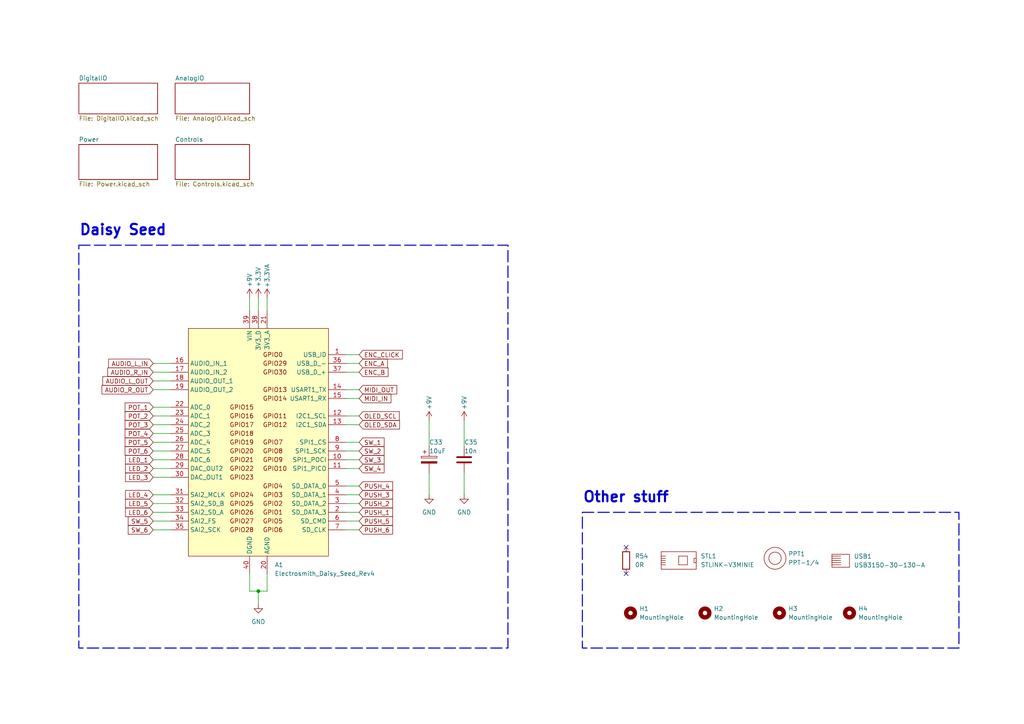
<source format=kicad_sch>
(kicad_sch (version 20230121) (generator eeschema)
  (paper "A4")
  (title_block (title "Daisy Board") (date "2023-10-12") (rev "1.0"))
  (lib_symbols
    (symbol "DaisyBoard:CC0603KRX7R8BB103" (pin_numbers hide) (pin_names (offset 0.254))
      (property "Reference" "C" (at 0.635 2.54 0))
      (property "Value" "10n" (at 0.635 -2.54 0))
      (symbol "CC0603KRX7R8BB103_0_1"
        (polyline (pts (xy -2.032 -0.762) (xy 2.032 -0.762)) (stroke (width 0.508)))
        (polyline (pts (xy -2.032 0.762) (xy 2.032 0.762)) (stroke (width 0.508)))
      )
      (symbol "CC0603KRX7R8BB103_1_1"
        (pin passive line (at 0 3.81 270) (length 2.794) (name "~") (number "1"))
        (pin passive line (at 0 -3.81 90) (length 2.794) (name "~") (number "2"))
      )
    )
    (symbol "DaisyBoard:Electrosmith_Daisy_Seed_Rev4" (in_bom no)
      (property "Reference" "A" (at -20.32 34.29 0))
      (property "Value" "Electrosmith_Daisy_Seed_Rev4" (at 33.02 34.29 0))
      (symbol "Electrosmith_Daisy_Seed_Rev4_0_0"
        (text "GPIO0" (at 1.27 25.4 0) (effects (font (size 1.27 1.27)) (justify left)))
        (text "GPIO1" (at 1.27 -20.32 0) (effects (font (size 1.27 1.27)) (justify left)))
        (text "GPIO10" (at 1.27 -7.62 0) (effects (font (size 1.27 1.27)) (justify left)))
        (text "GPIO11" (at 1.27 7.62 0) (effects (font (size 1.27 1.27)) (justify left)))
        (text "GPIO12" (at 1.27 5.08 0) (effects (font (size 1.27 1.27)) (justify left)))
        (text "GPIO13" (at 1.27 15.24 0) (effects (font (size 1.27 1.27)) (justify left)))
        (text "GPIO14" (at 1.27 12.7 0) (effects (font (size 1.27 1.27)) (justify left)))
        (text "GPIO15" (at -1.27 10.16 0) (effects (font (size 1.27 1.27)) (justify right)))
        (text "GPIO16" (at -1.27 7.62 0) (effects (font (size 1.27 1.27)) (justify right)))
        (text "GPIO17" (at -1.27 5.08 0) (effects (font (size 1.27 1.27)) (justify right)))
        (text "GPIO18" (at -1.27 2.54 0) (effects (font (size 1.27 1.27)) (justify right)))
        (text "GPIO19" (at -1.27 0 0) (effects (font (size 1.27 1.27)) (justify right)))
        (text "GPIO2" (at 1.27 -17.78 0) (effects (font (size 1.27 1.27)) (justify left)))
        (text "GPIO20" (at -1.27 -2.54 0) (effects (font (size 1.27 1.27)) (justify right)))
        (text "GPIO21" (at -1.27 -5.08 0) (effects (font (size 1.27 1.27)) (justify right)))
        (text "GPIO22" (at -1.27 -7.62 0) (effects (font (size 1.27 1.27)) (justify right)))
        (text "GPIO23" (at -1.27 -10.16 0) (effects (font (size 1.27 1.27)) (justify right)))
        (text "GPIO24" (at -1.27 -15.24 0) (effects (font (size 1.27 1.27)) (justify right)))
        (text "GPIO25" (at -1.27 -17.78 0) (effects (font (size 1.27 1.27)) (justify right)))
        (text "GPIO26" (at -1.27 -20.32 0) (effects (font (size 1.27 1.27)) (justify right)))
        (text "GPIO27" (at -1.27 -22.86 0) (effects (font (size 1.27 1.27)) (justify right)))
        (text "GPIO28" (at -1.27 -25.4 0) (effects (font (size 1.27 1.27)) (justify right)))
        (text "GPIO29" (at 1.27 22.86 0) (effects (font (size 1.27 1.27)) (justify left)))
        (text "GPIO3" (at 1.27 -15.24 0) (effects (font (size 1.27 1.27)) (justify left)))
        (text "GPIO30" (at 1.27 20.32 0) (effects (font (size 1.27 1.27)) (justify left)))
        (text "GPIO4" (at 1.27 -12.7 0) (effects (font (size 1.27 1.27)) (justify left)))
        (text "GPIO5" (at 1.27 -22.86 0) (effects (font (size 1.27 1.27)) (justify left)))
        (text "GPIO6" (at 1.27 -25.4 0) (effects (font (size 1.27 1.27)) (justify left)))
        (text "GPIO7" (at 1.27 0 0) (effects (font (size 1.27 1.27)) (justify left)))
        (text "GPIO8" (at 1.27 -2.54 0) (effects (font (size 1.27 1.27)) (justify left)))
        (text "GPIO9" (at 1.27 -5.08 0) (effects (font (size 1.27 1.27)) (justify left)))
        (pin bidirectional line (at 25.4 25.4 180) (length 5.08) (name "USB_ID") (number "1"))
        (pin bidirectional line (at 25.4 -5.08 180) (length 5.08) (name "SPI1_POCI") (number "10"))
        (pin bidirectional line (at 25.4 -7.62 180) (length 5.08) (name "SPI1_PICO") (number "11"))
        (pin bidirectional line (at 25.4 7.62 180) (length 5.08) (name "I2C1_SCL") (number "12"))
        (pin bidirectional line (at 25.4 5.08 180) (length 5.08) (name "I2C1_SDA") (number "13"))
        (pin bidirectional line (at 25.4 15.24 180) (length 5.08) (name "USART1_TX") (number "14"))
        (pin bidirectional line (at 25.4 12.7 180) (length 5.08) (name "USART1_RX") (number "15"))
        (pin input line (at -25.4 22.86 0) (length 5.08) (name "AUDIO_IN_1") (number "16"))
        (pin input line (at -25.4 20.32 0) (length 5.08) (name "AUDIO_IN_2") (number "17"))
        (pin output line (at -25.4 17.78 0) (length 5.08) (name "AUDIO_OUT_1") (number "18"))
        (pin output line (at -25.4 15.24 0) (length 5.08) (name "AUDIO_OUT_2") (number "19"))
        (pin bidirectional line (at 25.4 -20.32 180) (length 5.08) (name "SD_DATA_3") (number "2"))
        (pin power_in line (at 2.54 -38.1 90) (length 5.08) (name "AGND") (number "20"))
        (pin power_out line (at 2.54 38.1 270) (length 5.08) (name "3V3_A") (number "21"))
        (pin bidirectional line (at -25.4 10.16 0) (length 5.08) (name "ADC_0") (number "22"))
        (pin bidirectional line (at -25.4 7.62 0) (length 5.08) (name "ADC_1") (number "23"))
        (pin bidirectional line (at -25.4 5.08 0) (length 5.08) (name "ADC_2") (number "24"))
        (pin bidirectional line (at -25.4 2.54 0) (length 5.08) (name "ADC_3") (number "25"))
        (pin bidirectional line (at -25.4 0 0) (length 5.08) (name "ADC_4") (number "26"))
        (pin bidirectional line (at -25.4 -2.54 0) (length 5.08) (name "ADC_5") (number "27"))
        (pin bidirectional line (at -25.4 -5.08 0) (length 5.08) (name "ADC_6") (number "28"))
        (pin bidirectional line (at -25.4 -7.62 0) (length 5.08) (name "DAC_OUT2") (number "29"))
        (pin bidirectional line (at 25.4 -17.78 180) (length 5.08) (name "SD_DATA_2") (number "3"))
        (pin bidirectional line (at -25.4 -10.16 0) (length 5.08) (name "DAC_OUT1") (number "30"))
        (pin bidirectional line (at -25.4 -15.24 0) (length 5.08) (name "SAI2_MCLK") (number "31"))
        (pin bidirectional line (at -25.4 -17.78 0) (length 5.08) (name "SAI2_SD_B") (number "32"))
        (pin bidirectional line (at -25.4 -20.32 0) (length 5.08) (name "SAI2_SD_A") (number "33"))
        (pin bidirectional line (at -25.4 -22.86 0) (length 5.08) (name "SAI2_FS") (number "34"))
        (pin bidirectional line (at -25.4 -25.4 0) (length 5.08) (name "SAI2_SCK") (number "35"))
        (pin bidirectional line (at 25.4 22.86 180) (length 5.08) (name "USB_D_-") (number "36"))
        (pin bidirectional line (at 25.4 20.32 180) (length 5.08) (name "USB_D_+") (number "37"))
        (pin power_out line (at 0 38.1 270) (length 5.08) (name "3V3_D") (number "38"))
        (pin power_in line (at -2.54 38.1 270) (length 5.08) (name "VIN") (number "39"))
        (pin bidirectional line (at 25.4 -15.24 180) (length 5.08) (name "SD_DATA_1") (number "4"))
        (pin power_in line (at -2.54 -38.1 90) (length 5.08) (name "DGND") (number "40"))
        (pin bidirectional line (at 25.4 -12.7 180) (length 5.08) (name "SD_DATA_0") (number "5"))
        (pin bidirectional line (at 25.4 -22.86 180) (length 5.08) (name "SD_CMD") (number "6"))
        (pin bidirectional line (at 25.4 -25.4 180) (length 5.08) (name "SD_CLK") (number "7"))
        (pin bidirectional line (at 25.4 0 180) (length 5.08) (name "SPI1_CS") (number "8"))
        (pin bidirectional line (at 25.4 -2.54 180) (length 5.08) (name "SPI1_SCK") (number "9"))
      )
      (symbol "Electrosmith_Daisy_Seed_Rev4_0_1"
        (rectangle (start -20.32 33.02) (end 20.32 -33.02) (fill (type background)))
      )
    )
    (symbol "DaisyBoard:PPT-1/4" (on_board no)
      (property "Reference" "PPT" (at 0 0 0))
      (property "Value" "PPT-1/4" (at 0 0 0))
      (symbol "PPT-1/4_0_1"
        (circle (center 0 -4.445) (radius 1.7961))
        (circle (center 0 -4.445) (radius 3.175))
      )
    )
    (symbol "DaisyBoard:RC0603FR-070RL" (pin_numbers hide) (pin_names (offset 0))
      (property "Reference" "R" (at 2.032 0 90))
      (property "Value" "0R" (at 0 0 90))
      (symbol "RC0603FR-070RL_0_1"
        (rectangle (start -1.016 -2.54) (end 1.016 2.54) (stroke (width 0.254)))
      )
      (symbol "RC0603FR-070RL_1_1"
        (pin passive line (at 0 3.81 270) (length 1.27) (name "~") (number "1"))
        (pin passive line (at 0 -3.81 90) (length 1.27) (name "~") (number "2"))
      )
    )
    (symbol "DaisyBoard:STLINK-V3MINIE" (on_board no)
      (property "Reference" "STL" (at 0 0 0))
      (property "Value" "STLINK-V3MINIE" (at 0 0 0))
      (symbol "STLINK-V3MINIE_0_1"
        (rectangle (start -5.08 -1.27) (end 5.08 -6.35))
        (rectangle (start 0 -2.54) (end 2.54 -5.08))
        (polyline (pts (xy -5.08 -5.08) (xy -3.81 -5.08)))
        (polyline (pts (xy -5.08 -4.445) (xy -3.81 -4.445)))
        (polyline (pts (xy -5.08 -3.81) (xy -3.81 -3.81)))
        (polyline (pts (xy -5.08 -3.175) (xy -3.81 -3.175)))
        (polyline (pts (xy -5.08 -2.54) (xy -3.81 -2.54)))
        (rectangle (start 4.445 -3.175) (end 5.08 -4.445))
      )
    )
    (symbol "DaisyBoard:TPSB106K016R0500" (pin_numbers hide) (pin_names (offset 0.254))
      (property "Reference" "C" (at 0.635 2.54 0))
      (property "Value" "10uF" (at 0.635 -2.54 0))
      (symbol "TPSB106K016R0500_0_1"
        (rectangle (start -2.286 0.508) (end 2.286 1.016))
        (polyline (pts (xy -1.778 2.286) (xy -0.762 2.286)))
        (polyline (pts (xy -1.27 2.794) (xy -1.27 1.778)))
        (rectangle (start 2.286 -0.508) (end -2.286 -1.016) (fill (type outline)))
      )
      (symbol "TPSB106K016R0500_1_1"
        (pin passive line (at 0 3.81 270) (length 2.794) (name "~") (number "1"))
        (pin passive line (at 0 -3.81 90) (length 2.794) (name "~") (number "2"))
      )
    )
    (symbol "DaisyBoard:USB3150-30-130-A" (on_board no)
      (property "Reference" "USB" (at 0 0 0))
      (property "Value" "USB3150-30-130-A" (at 0 0 0))
      (symbol "USB3150-30-130-A_0_1"
        (rectangle (start -5.08 -2.0086) (end 0 -5.763))
        (polyline (pts (xy -5.08 -5.08) (xy -3.81 -5.08)))
        (polyline (pts (xy -5.08 -4.445) (xy -3.81 -4.445)))
        (polyline (pts (xy -5.08 -3.81) (xy -3.81 -3.81)))
        (polyline (pts (xy -5.08 -3.175) (xy -3.81 -3.175)))
        (polyline (pts (xy -5.08 -2.54) (xy -3.81 -2.54)))
        (polyline (pts (xy -3.81 -5.08) (xy -2.54 -5.08)))
        (polyline (pts (xy -3.81 -4.445) (xy -2.54 -4.445)))
        (polyline (pts (xy -3.81 -3.81) (xy -2.54 -3.81)))
        (polyline (pts (xy -3.81 -3.175) (xy -2.54 -3.175)))
        (polyline (pts (xy -3.81 -2.54) (xy -2.54 -2.54)))
      )
    )
    (symbol "Mechanical:MountingHole" (pin_names (offset 1.016))
      (property "Reference" "H" (at 0 5.08 0))
      (property "Value" "MountingHole" (at 0 3.175 0))
      (symbol "MountingHole_0_1"
        (circle (center 0 0) (radius 1.27) (stroke (width 1.27)))
      )
    )
    (symbol "power:+3.3V" (power) (pin_names (offset 0))
      (property "Value" "+3.3V" (at 0 3.556 0))
      (symbol "+3.3V_0_1"
        (polyline (pts (xy -0.762 1.27) (xy 0 2.54)))
        (polyline (pts (xy 0 0) (xy 0 2.54)))
        (polyline (pts (xy 0 2.54) (xy 0.762 1.27)))
      )
      (symbol "+3.3V_1_1"
        (pin power_in line (at 0 0 90) (length 0) hide (name "+3.3V") (number "1"))
      )
    )
    (symbol "power:+3.3VA" (power) (pin_names (offset 0))
      (property "Value" "+3.3VA" (at 0 3.556 0))
      (symbol "+3.3VA_0_1"
        (polyline (pts (xy -0.762 1.27) (xy 0 2.54)))
        (polyline (pts (xy 0 0) (xy 0 2.54)))
        (polyline (pts (xy 0 2.54) (xy 0.762 1.27)))
      )
      (symbol "+3.3VA_1_1"
        (pin power_in line (at 0 0 90) (length 0) hide (name "+3.3VA") (number "1"))
      )
    )
    (symbol "power:+9V" (power) (pin_names (offset 0))
      (property "Value" "+9V" (at 0 3.556 0))
      (symbol "+9V_0_1"
        (polyline (pts (xy -0.762 1.27) (xy 0 2.54)))
        (polyline (pts (xy 0 0) (xy 0 2.54)))
        (polyline (pts (xy 0 2.54) (xy 0.762 1.27)))
      )
      (symbol "+9V_1_1"
        (pin power_in line (at 0 0 90) (length 0) hide (name "+9V") (number "1"))
      )
    )
    (symbol "power:GND" (power) (pin_names (offset 0))
      (property "Value" "GND" (at 0 -3.81 0))
      (symbol "GND_0_1"
        (polyline (pts (xy 0 0) (xy 0 -1.27) (xy 1.27 -1.27) (xy 0 -2.54) (xy -1.27 -1.27) (xy 0 -1.27)))
      )
      (symbol "GND_1_1"
        (pin power_in line (at 0 0 270) (length 0) hide (name "GND") (number "1"))
      )
    )
  )
  (junction (at 74.93 171.45))
  (no_connect (at 181.61 158.75))
  (no_connect (at 181.61 166.37))
  (wire (pts (xy 44.45 135.89) (xy 49.53 135.89)))
  (wire (pts (xy 100.33 140.97) (xy 104.14 140.97)))
  (wire (pts (xy 44.45 105.41) (xy 49.53 105.41)))
  (wire (pts (xy 44.45 107.95) (xy 49.53 107.95)))
  (wire (pts (xy 100.33 102.87) (xy 104.14 102.87)))
  (wire (pts (xy 100.33 146.05) (xy 104.14 146.05)))
  (wire (pts (xy 100.33 123.19) (xy 104.14 123.19)))
  (wire (pts (xy 44.45 118.11) (xy 49.53 118.11)))
  (wire (pts (xy 100.33 113.03) (xy 104.14 113.03)))
  (wire (pts (xy 124.46 129.54) (xy 124.46 121.92)))
  (wire (pts (xy 100.33 107.95) (xy 104.14 107.95)))
  (wire (pts (xy 44.45 110.49) (xy 49.53 110.49)))
  (wire (pts (xy 77.47 86.36) (xy 77.47 90.17)))
  (wire (pts (xy 72.39 86.36) (xy 72.39 90.17)))
  (wire (pts (xy 44.45 123.19) (xy 49.53 123.19)))
  (wire (pts (xy 44.45 153.67) (xy 49.53 153.67)))
  (wire (pts (xy 44.45 146.05) (xy 49.53 146.05)))
  (wire (pts (xy 100.33 128.27) (xy 104.14 128.27)))
  (wire (pts (xy 44.45 128.27) (xy 49.53 128.27)))
  (wire (pts (xy 100.33 153.67) (xy 104.14 153.67)))
  (wire (pts (xy 100.33 135.89) (xy 104.14 135.89)))
  (wire (pts (xy 100.33 151.13) (xy 104.14 151.13)))
  (wire (pts (xy 100.33 115.57) (xy 104.14 115.57)))
  (wire (pts (xy 44.45 113.03) (xy 49.53 113.03)))
  (wire (pts (xy 44.45 125.73) (xy 49.53 125.73)))
  (wire (pts (xy 44.45 133.35) (xy 49.53 133.35)))
  (wire (pts (xy 44.45 130.81) (xy 49.53 130.81)))
  (wire (pts (xy 44.45 148.59) (xy 49.53 148.59)))
  (wire (pts (xy 44.45 120.65) (xy 49.53 120.65)))
  (wire (pts (xy 100.33 105.41) (xy 104.14 105.41)))
  (wire (pts (xy 134.62 121.92) (xy 134.62 129.54)))
  (wire (pts (xy 44.45 151.13) (xy 49.53 151.13)))
  (wire (pts (xy 100.33 130.81) (xy 104.14 130.81)))
  (wire (pts (xy 72.39 171.45) (xy 74.93 171.45)))
  (wire (pts (xy 134.62 137.16) (xy 134.62 143.51)))
  (wire (pts (xy 44.45 138.43) (xy 49.53 138.43)))
  (wire (pts (xy 77.47 171.45) (xy 77.47 166.37)))
  (wire (pts (xy 44.45 143.51) (xy 49.53 143.51)))
  (wire (pts (xy 74.93 171.45) (xy 74.93 175.26)))
  (wire (pts (xy 100.33 133.35) (xy 104.14 133.35)))
  (wire (pts (xy 72.39 166.37) (xy 72.39 171.45)))
  (wire (pts (xy 74.93 86.36) (xy 74.93 90.17)))
  (wire (pts (xy 100.33 120.65) (xy 104.14 120.65)))
  (wire (pts (xy 100.33 148.59) (xy 104.14 148.59)))
  (wire (pts (xy 74.93 171.45) (xy 77.47 171.45)))
  (wire (pts (xy 124.46 137.16) (xy 124.46 143.51)))
  (wire (pts (xy 100.33 143.51) (xy 104.14 143.51)))
  (rectangle (start 168.91 148.59) (end 278.13 187.96) (stroke (width 0.3) (type dash)))
  (rectangle (start 22.86 71.12) (end 147.32 187.96) (stroke (width 0.3) (type dash)))
  (text "Daisy Seed" (at 22.86 68.58 0) (effects (font (size 3 3) (thickness 0.6) bold) (justify left bottom)))
  (text "Other stuff" (at 168.91 146.05 0) (effects (font (size 3 3) (thickness 0.6) bold) (justify left bottom)))
  (global_label "MIDI_OUT" (shape input) (at 104.14 113.03 0) (property "Intersheetrefs" "${INTERSHEET_REFS}" (effects hide)))
  (global_label "SW_3" (shape input) (at 104.14 133.35 0) (property "Intersheetrefs" "${INTERSHEET_REFS}" (effects hide)))
  (global_label "ENC_A" (shape input) (at 104.14 105.41 0) (property "Intersheetrefs" "${INTERSHEET_REFS}" (effects hide)))
  (global_label "PUSH_3" (shape input) (at 104.14 143.51 0) (property "Intersheetrefs" "${INTERSHEET_REFS}" (effects hide)))
  (global_label "AUDIO_L_IN" (shape input) (at 44.45 105.41 180) (property "Intersheetrefs" "${INTERSHEET_REFS}" (effects hide)))
  (global_label "SW_5" (shape input) (at 44.45 151.13 180) (property "Intersheetrefs" "${INTERSHEET_REFS}" (effects hide)))
  (global_label "PUSH_1" (shape input) (at 104.14 148.59 0) (property "Intersheetrefs" "${INTERSHEET_REFS}" (effects hide)))
  (global_label "PUSH_4" (shape input) (at 104.14 140.97 0) (property "Intersheetrefs" "${INTERSHEET_REFS}" (effects hide)))
  (global_label "POT_2" (shape input) (at 44.45 120.65 180) (property "Intersheetrefs" "${INTERSHEET_REFS}" (effects hide)))
  (global_label "LED_2" (shape input) (at 44.45 135.89 180) (property "Intersheetrefs" "${INTERSHEET_REFS}" (effects hide)))
  (global_label "ENC_B" (shape input) (at 104.14 107.95 0) (property "Intersheetrefs" "${INTERSHEET_REFS}" (effects hide)))
  (global_label "LED_5" (shape input) (at 44.45 146.05 180) (property "Intersheetrefs" "${INTERSHEET_REFS}" (effects hide)))
  (global_label "LED_3" (shape input) (at 44.45 138.43 180) (property "Intersheetrefs" "${INTERSHEET_REFS}" (effects hide)))
  (global_label "PUSH_6" (shape input) (at 104.14 153.67 0) (property "Intersheetrefs" "${INTERSHEET_REFS}" (effects hide)))
  (global_label "POT_6" (shape input) (at 44.45 130.81 180) (property "Intersheetrefs" "${INTERSHEET_REFS}" (effects hide)))
  (global_label "PUSH_2" (shape input) (at 104.14 146.05 0) (property "Intersheetrefs" "${INTERSHEET_REFS}" (effects hide)))
  (global_label "LED_1" (shape input) (at 44.45 133.35 180) (property "Intersheetrefs" "${INTERSHEET_REFS}" (effects hide)))
  (global_label "AUDIO_R_OUT" (shape input) (at 44.45 113.03 180) (property "Intersheetrefs" "${INTERSHEET_REFS}" (effects hide)))
  (global_label "ENC_CLICK" (shape input) (at 104.14 102.87 0) (property "Intersheetrefs" "${INTERSHEET_REFS}" (effects hide)))
  (global_label "SW_4" (shape input) (at 104.14 135.89 0) (property "Intersheetrefs" "${INTERSHEET_REFS}" (effects hide)))
  (global_label "LED_4" (shape input) (at 44.45 143.51 180) (property "Intersheetrefs" "${INTERSHEET_REFS}" (effects hide)))
  (global_label "OLED_SCL" (shape input) (at 104.14 120.65 0) (property "Intersheetrefs" "${INTERSHEET_REFS}" (effects hide)))
  (global_label "POT_5" (shape input) (at 44.45 128.27 180) (property "Intersheetrefs" "${INTERSHEET_REFS}" (effects hide)))
  (global_label "AUDIO_L_OUT" (shape input) (at 44.45 110.49 180) (property "Intersheetrefs" "${INTERSHEET_REFS}" (effects hide)))
  (global_label "LED_6" (shape input) (at 44.45 148.59 180) (property "Intersheetrefs" "${INTERSHEET_REFS}" (effects hide)))
  (global_label "PUSH_5" (shape input) (at 104.14 151.13 0) (property "Intersheetrefs" "${INTERSHEET_REFS}" (effects hide)))
  (global_label "AUDIO_R_IN" (shape input) (at 44.45 107.95 180) (property "Intersheetrefs" "${INTERSHEET_REFS}" (effects hide)))
  (global_label "SW_2" (shape input) (at 104.14 130.81 0) (property "Intersheetrefs" "${INTERSHEET_REFS}" (effects hide)))
  (global_label "POT_4" (shape input) (at 44.45 125.73 180) (property "Intersheetrefs" "${INTERSHEET_REFS}" (effects hide)))
  (global_label "SW_1" (shape input) (at 104.14 128.27 0) (property "Intersheetrefs" "${INTERSHEET_REFS}" (effects hide)))
  (global_label "SW_6" (shape input) (at 44.45 153.67 180) (property "Intersheetrefs" "${INTERSHEET_REFS}" (effects hide)))
  (global_label "OLED_SDA" (shape input) (at 104.14 123.19 0) (property "Intersheetrefs" "${INTERSHEET_REFS}" (effects hide)))
  (global_label "POT_1" (shape input) (at 44.45 118.11 180) (property "Intersheetrefs" "${INTERSHEET_REFS}" (effects hide)))
  (global_label "MIDI_IN" (shape input) (at 104.14 115.57 0) (property "Intersheetrefs" "${INTERSHEET_REFS}" (effects hide)))
  (global_label "POT_3" (shape input) (at 44.45 123.19 180) (property "Intersheetrefs" "${INTERSHEET_REFS}" (effects hide)))
  (symbol (lib_id "power:GND") (at 134.62 143.51 0) (unit 1)
    (property "Reference" "#PWR085" (effects hide))
    (property "Value" "GND" (at 134.62 148.59 0))
  )
  (symbol (lib_id "power:+9V") (at 124.46 121.92 0) (unit 1)
    (property "Reference" "#PWR077" (effects hide))
    (property "Value" "+9V" (at 124.46 116.84 90))
  )
  (symbol (lib_id "DaisyBoard:RC0603FR-070RL") (at 181.61 162.56 0) (unit 1) (on_board no)
    (property "Reference" "R54" (at 184.15 161.29 0) (effects (justify left)))
    (property "Value" "0R" (at 184.15 163.83 0) (effects (justify left)))
    (property "Footprint" "Resistor_SMD:R_0603_1608Metric" (effects hide))
    (property "DNP" "311-0.0HRCT-ND" (effects hide))
    (property "MPN" "RC0603FR-070RL" (effects hide))
  )
  (symbol (lib_id "DaisyBoard:Electrosmith_Daisy_Seed_Rev4") (at 74.93 128.27 0) (unit 1)
    (property "Reference" "A1" (at 79.6641 163.83 0) (effects (justify left)))
    (property "Value" "Electrosmith_Daisy_Seed_Rev4" (at 79.6641 166.37 0) (effects (justify left)))
    (property "Footprint" "DaisyBoard:Electrosmith_Daisy_Seed" (effects hide))
    (property "Datasheet" "https://static1.squarespace.com/static/58d03fdc1b10e3bf442567b8/t/6227e6236f02fb68d1577146/1646781988478/Daisy_Seed_datasheet_v1.0.3.pdf" (effects hide))
  )
  (symbol (lib_id "power:+3.3V") (at 74.93 86.36 0) (unit 1)
    (property "Reference" "#PWR02" (effects hide))
    (property "Value" "+3.3V" (at 74.9295 80.3712 90))
  )
  (symbol (lib_id "DaisyBoard:PPT-1/4") (at 224.79 157.48 0) (unit 1) (on_board no)
    (property "Reference" "PPT1" (at 228.6 160.655 0) (effects (justify left)))
    (property "Value" "PPT-1/4" (at 228.6 163.195 0) (effects (justify left)))
    (property "DNP" "4393-PPT-1/4-ND" (effects hide))
    (property "MPN" "PPT-1/4" (effects hide))
    (property "Sim.Enable" "0" (effects hide))
  )
  (symbol (lib_id "DaisyBoard:TPSB106K016R0500") (at 124.46 133.35 0) (unit 1)
    (property "Reference" "C33" (at 124.46 128.27 0) (effects (justify left)))
    (property "Value" "10uF" (at 124.46 130.81 0) (effects (justify left)))
    (property "Footprint" "Capacitor_Tantalum_SMD:CP_EIA-3528-15_AVX-H_Pad1.50x2.35mm_HandSolder" (effects hide))
    (property "DNP" "478-5230-1-ND" (effects hide))
    (property "MPN" "TPSB106K016R0500" (effects hide))
  )
  (symbol (lib_id "power:GND") (at 74.93 175.26 0) (unit 1)
    (property "Reference" "#PWR03" (effects hide))
    (property "Value" "GND" (at 74.93 180.34 0))
  )
  (symbol (lib_id "power:+9V") (at 134.62 121.92 0) (unit 1)
    (property "Reference" "#PWR090" (effects hide))
    (property "Value" "+9V" (at 134.62 116.84 90))
  )
  (symbol (lib_id "Mechanical:MountingHole") (at 182.88 177.8 0) (unit 1)
    (property "Reference" "H1" (at 185.42 176.53 0) (effects (justify left)))
    (property "Value" "MountingHole" (at 185.42 179.07 0) (effects (justify left)))
    (property "Footprint" "MountingHole:MountingHole_3.2mm_M3" (effects hide))
  )
  (symbol (lib_id "Mechanical:MountingHole") (at 226.06 177.8 0) (unit 1)
    (property "Reference" "H3" (at 228.6 176.53 0) (effects (justify left)))
    (property "Value" "MountingHole" (at 228.6 179.07 0) (effects (justify left)))
    (property "Footprint" "MountingHole:MountingHole_3.2mm_M3" (effects hide))
  )
  (symbol (lib_id "power:+3.3VA") (at 77.47 86.36 0) (unit 1)
    (property "Reference" "#PWR04" (effects hide))
    (property "Value" "+3.3VA" (at 77.47 80.01 90))
  )
  (symbol (lib_id "DaisyBoard:CC0603KRX7R8BB103") (at 134.62 133.35 0) (unit 1)
    (property "Reference" "C35" (at 134.62 128.27 0) (effects (justify left)))
    (property "Value" "10n" (at 134.62 130.81 0) (effects (justify left)))
    (property "Footprint" "Capacitor_SMD:C_0603_1608Metric" (effects hide))
    (property "DNP" "311-1360-1-ND" (effects hide))
    (property "MPN" "CC0603KRX7R8BB103" (effects hide))
  )
  (symbol (lib_id "DaisyBoard:STLINK-V3MINIE") (at 196.85 158.75 0) (unit 1) (on_board no)
    (property "Reference" "STL1" (at 203.2 161.29 0) (effects (justify left)))
    (property "Value" "STLINK-V3MINIE" (at 203.2 163.83 0) (effects (justify left)))
    (property "Datasheet" "https://www.st.com/resource/en/data_brief/stlink-v3minie.pdf" (effects hide))
    (property "DNP" "497-STLINK-V3MINIE-ND" (effects hide))
    (property "MPN" "STLINK-V3MINIE" (effects hide))
    (property "Sim.Enable" "0" (effects hide))
  )
  (symbol (lib_id "DaisyBoard:USB3150-30-130-A") (at 246.38 158.75 0) (unit 1) (on_board no)
    (property "Reference" "USB1" (at 247.65 161.3658 0) (effects (justify left)))
    (property "Value" "USB3150-30-130-A" (at 247.65 163.9058 0) (effects (justify left)))
    (property "DNP" "2073-USB3150-30-130-ACT-ND" (effects hide))
    (property "MPN" "USB3150-30-130-A" (effects hide))
    (property "Sim.Enable" "0" (effects hide))
  )
  (symbol (lib_id "power:GND") (at 124.46 143.51 0) (unit 1)
    (property "Reference" "#PWR078" (effects hide))
    (property "Value" "GND" (at 124.46 148.59 0))
  )
  (symbol (lib_id "Mechanical:MountingHole") (at 204.47 177.8 0) (unit 1)
    (property "Reference" "H2" (at 207.01 176.53 0) (effects (justify left)))
    (property "Value" "MountingHole" (at 207.01 179.07 0) (effects (justify left)))
    (property "Footprint" "MountingHole:MountingHole_3.2mm_M3" (effects hide))
  )
  (symbol (lib_id "power:+9V") (at 72.39 86.36 0) (unit 1)
    (property "Reference" "#PWR01" (effects hide))
    (property "Value" "+9V" (at 72.39 81.28 90))
  )
  (symbol (lib_id "Mechanical:MountingHole") (at 246.38 177.8 0) (unit 1)
    (property "Reference" "H4" (at 248.92 176.53 0) (effects (justify left)))
    (property "Value" "MountingHole" (at 248.92 179.07 0) (effects (justify left)))
    (property "Footprint" "MountingHole:MountingHole_3.2mm_M3" (effects hide))
  )
  (sheet (at 50.8 24.13) (size 21.59 8.89) (stroke (width 0.1524))
    (property "Sheetname" "AnalogIO" (at 50.8 23.4184 0) (effects (justify left bottom)))
    (property "Sheetfile" "AnalogIO.kicad_sch" (at 50.8 33.6046 0) (effects (justify left top)))
  )
  (sheet (at 22.86 24.13) (size 22.86 8.89) (stroke (width 0.1524))
    (property "Sheetname" "DigitalIO" (at 22.86 23.4184 0) (effects (justify left bottom)))
    (property "Sheetfile" "DigitalIO.kicad_sch" (at 22.86 33.6046 0) (effects (justify left top)))
  )
  (sheet (at 22.86 41.91) (size 22.86 10.16) (stroke (width 0.1524))
    (property "Sheetname" "Power" (at 22.86 41.1984 0) (effects (justify left bottom)))
    (property "Sheetfile" "Power.kicad_sch" (at 22.86 52.6546 0) (effects (justify left top)))
  )
  (sheet (at 50.8 41.91) (size 21.59 10.16) (stroke (width 0.1524))
    (property "Sheetname" "Controls" (at 50.8 41.1984 0) (effects (justify left bottom)))
    (property "Sheetfile" "Controls.kicad_sch" (at 50.8 52.6546 0) (effects (justify left top)))
  )
)
</source>
